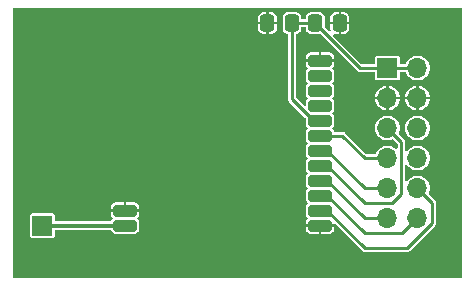
<source format=gbr>
%TF.GenerationSoftware,KiCad,Pcbnew,7.0.1*%
%TF.CreationDate,2023-04-28T09:54:53+02:00*%
%TF.ProjectId,AS4432_ANT,41533434-3332-45f4-914e-542e6b696361,rev?*%
%TF.SameCoordinates,Original*%
%TF.FileFunction,Copper,L1,Top*%
%TF.FilePolarity,Positive*%
%FSLAX46Y46*%
G04 Gerber Fmt 4.6, Leading zero omitted, Abs format (unit mm)*
G04 Created by KiCad (PCBNEW 7.0.1) date 2023-04-28 09:54:53*
%MOMM*%
%LPD*%
G01*
G04 APERTURE LIST*
G04 Aperture macros list*
%AMRoundRect*
0 Rectangle with rounded corners*
0 $1 Rounding radius*
0 $2 $3 $4 $5 $6 $7 $8 $9 X,Y pos of 4 corners*
0 Add a 4 corners polygon primitive as box body*
4,1,4,$2,$3,$4,$5,$6,$7,$8,$9,$2,$3,0*
0 Add four circle primitives for the rounded corners*
1,1,$1+$1,$2,$3*
1,1,$1+$1,$4,$5*
1,1,$1+$1,$6,$7*
1,1,$1+$1,$8,$9*
0 Add four rect primitives between the rounded corners*
20,1,$1+$1,$2,$3,$4,$5,0*
20,1,$1+$1,$4,$5,$6,$7,0*
20,1,$1+$1,$6,$7,$8,$9,0*
20,1,$1+$1,$8,$9,$2,$3,0*%
G04 Aperture macros list end*
%TA.AperFunction,ComponentPad*%
%ADD10R,1.700000X1.700000*%
%TD*%
%TA.AperFunction,ComponentPad*%
%ADD11O,1.700000X1.700000*%
%TD*%
%TA.AperFunction,SMDPad,CuDef*%
%ADD12RoundRect,0.250000X0.750000X0.250000X-0.750000X0.250000X-0.750000X-0.250000X0.750000X-0.250000X0*%
%TD*%
%TA.AperFunction,SMDPad,CuDef*%
%ADD13RoundRect,0.250000X0.337500X0.475000X-0.337500X0.475000X-0.337500X-0.475000X0.337500X-0.475000X0*%
%TD*%
%TA.AperFunction,SMDPad,CuDef*%
%ADD14RoundRect,0.250000X-0.337500X-0.475000X0.337500X-0.475000X0.337500X0.475000X-0.337500X0.475000X0*%
%TD*%
%TA.AperFunction,Conductor*%
%ADD15C,0.250000*%
%TD*%
%TA.AperFunction,Conductor*%
%ADD16C,0.350000*%
%TD*%
G04 APERTURE END LIST*
D10*
%TO.P,J1,1,Pin_1*%
%TO.N,VCC*%
X149860000Y-43180000D03*
D11*
%TO.P,J1,2,Pin_2*%
X152400000Y-43180000D03*
%TO.P,J1,3,Pin_3*%
%TO.N,GND*%
X149860000Y-45720000D03*
%TO.P,J1,4,Pin_4*%
X152400000Y-45720000D03*
%TO.P,J1,5,Pin_5*%
%TO.N,SCK*%
X149860000Y-48260000D03*
%TO.P,J1,6,Pin_6*%
%TO.N,unconnected-(J1-Pin_6-Pad6)*%
X152400000Y-48260000D03*
%TO.P,J1,7,Pin_7*%
%TO.N,MISO*%
X149860000Y-50800000D03*
%TO.P,J1,8,Pin_8*%
%TO.N,unconnected-(J1-Pin_8-Pad8)*%
X152400000Y-50800000D03*
%TO.P,J1,9,Pin_9*%
%TO.N,MOSI*%
X149860000Y-53340000D03*
%TO.P,J1,10,Pin_10*%
%TO.N,nRESET*%
X152400000Y-53340000D03*
%TO.P,J1,11,Pin_11*%
%TO.N,nCS*%
X149860000Y-55880000D03*
%TO.P,J1,12,Pin_12*%
%TO.N,IRQ*%
X152400000Y-55880000D03*
%TD*%
D12*
%TO.P,U1,1,GND*%
%TO.N,GND*%
X144140000Y-42545000D03*
%TO.P,U1,2,DIO0*%
%TO.N,unconnected-(U1-DIO0-Pad2)*%
X144140000Y-43815000D03*
%TO.P,U1,3,DIO1*%
%TO.N,unconnected-(U1-DIO1-Pad3)*%
X144140000Y-45085000D03*
%TO.P,U1,4,DIO2*%
%TO.N,unconnected-(U1-DIO2-Pad4)*%
X144140000Y-46355000D03*
%TO.P,U1,5,3.3V*%
%TO.N,VCC*%
X144140000Y-47625000D03*
%TO.P,U1,6,MISO*%
%TO.N,MISO*%
X144140000Y-48895000D03*
%TO.P,U1,7,MOSI*%
%TO.N,MOSI*%
X144140000Y-50165000D03*
%TO.P,U1,8,SCK*%
%TO.N,SCK*%
X144140000Y-51435000D03*
%TO.P,U1,9,NSS*%
%TO.N,nCS*%
X144140000Y-52705000D03*
%TO.P,U1,10,IRQ*%
%TO.N,IRQ*%
X144140000Y-53975000D03*
%TO.P,U1,11,SDN*%
%TO.N,nRESET*%
X144140000Y-55245000D03*
%TO.P,U1,12,GND*%
%TO.N,GND*%
X144140000Y-56515000D03*
%TO.P,U1,13,ANT*%
%TO.N,Net-(J2-Pin_1)*%
X127640000Y-56515000D03*
%TO.P,U1,14,GND*%
%TO.N,GND*%
X127640000Y-55245000D03*
%TD*%
D13*
%TO.P,C1,1*%
%TO.N,VCC*%
X141775000Y-39370000D03*
%TO.P,C1,2*%
%TO.N,GND*%
X139700000Y-39370000D03*
%TD*%
D14*
%TO.P,C2,1*%
%TO.N,VCC*%
X143742500Y-39370000D03*
%TO.P,C2,2*%
%TO.N,GND*%
X145817500Y-39370000D03*
%TD*%
D10*
%TO.P,J2,1,Pin_1*%
%TO.N,Net-(J2-Pin_1)*%
X120650000Y-56515000D03*
%TD*%
D15*
%TO.N,nRESET*%
X153670000Y-54610000D02*
X152400000Y-53340000D01*
X153670000Y-56271701D02*
X153670000Y-54610000D01*
X147955000Y-58420000D02*
X151521701Y-58420000D01*
X151521701Y-58420000D02*
X153670000Y-56271701D01*
X144140000Y-55245000D02*
X144780000Y-55245000D01*
X144780000Y-55245000D02*
X147955000Y-58420000D01*
%TO.N,nCS*%
X144780000Y-52705000D02*
X144140000Y-52705000D01*
X147955000Y-55880000D02*
X144780000Y-52705000D01*
X149860000Y-55880000D02*
X147955000Y-55880000D01*
%TO.N,SCK*%
X144140000Y-51435000D02*
X144780000Y-51435000D01*
X150251701Y-54610000D02*
X151035000Y-53826701D01*
X151035000Y-53826701D02*
X151035000Y-49435000D01*
X144780000Y-51435000D02*
X147955000Y-54610000D01*
X147955000Y-54610000D02*
X150251701Y-54610000D01*
X151035000Y-49435000D02*
X149860000Y-48260000D01*
%TO.N,MOSI*%
X144780000Y-50165000D02*
X144140000Y-50165000D01*
X149860000Y-53340000D02*
X147955000Y-53340000D01*
X147955000Y-53340000D02*
X144780000Y-50165000D01*
%TO.N,MISO*%
X147955000Y-50800000D02*
X146050000Y-48895000D01*
X149860000Y-50800000D02*
X147955000Y-50800000D01*
X146050000Y-48895000D02*
X144140000Y-48895000D01*
%TO.N,VCC*%
X143596827Y-47625000D02*
X141775000Y-45803173D01*
X147552500Y-43180000D02*
X149860000Y-43180000D01*
X143742500Y-39370000D02*
X147552500Y-43180000D01*
X141775000Y-39370000D02*
X143742500Y-39370000D01*
X149860000Y-43180000D02*
X152400000Y-43180000D01*
X141775000Y-45803173D02*
X141775000Y-39370000D01*
X144140000Y-47625000D02*
X143596827Y-47625000D01*
D16*
%TO.N,Net-(J2-Pin_1)*%
X127640000Y-56515000D02*
X120650000Y-56515000D01*
D15*
%TO.N,IRQ*%
X144780000Y-53975000D02*
X147955000Y-57150000D01*
X144140000Y-53975000D02*
X144780000Y-53975000D01*
X151130000Y-57150000D02*
X152400000Y-55880000D01*
X147955000Y-57150000D02*
X151130000Y-57150000D01*
%TD*%
%TA.AperFunction,Conductor*%
%TO.N,GND*%
G36*
X156135000Y-38138763D02*
G01*
X156171237Y-38175000D01*
X156184500Y-38224500D01*
X156184500Y-60835500D01*
X156171237Y-60885000D01*
X156135000Y-60921237D01*
X156085500Y-60934500D01*
X118234500Y-60934500D01*
X118185000Y-60921237D01*
X118148763Y-60885000D01*
X118135500Y-60835500D01*
X118135500Y-57384747D01*
X119599500Y-57384747D01*
X119611133Y-57443231D01*
X119655447Y-57509552D01*
X119699762Y-57539162D01*
X119721769Y-57553867D01*
X119780252Y-57565500D01*
X121519747Y-57565500D01*
X121519748Y-57565500D01*
X121578231Y-57553867D01*
X121644552Y-57509552D01*
X121688867Y-57443231D01*
X121700500Y-57384748D01*
X121700500Y-56989500D01*
X121713763Y-56940000D01*
X121750000Y-56903763D01*
X121799500Y-56890500D01*
X126386387Y-56890500D01*
X126443676Y-56908760D01*
X126479830Y-56956801D01*
X126487124Y-56977645D01*
X126487208Y-56977884D01*
X126518828Y-57020728D01*
X126567850Y-57087150D01*
X126677118Y-57167793D01*
X126805301Y-57212646D01*
X126818343Y-57213869D01*
X126835730Y-57215500D01*
X126835734Y-57215500D01*
X128444266Y-57215500D01*
X128444270Y-57215500D01*
X128459482Y-57214072D01*
X128474699Y-57212646D01*
X128602882Y-57167793D01*
X128712150Y-57087150D01*
X128792793Y-56977882D01*
X128837646Y-56849699D01*
X128840500Y-56819266D01*
X128840500Y-56819200D01*
X142940001Y-56819200D01*
X142942851Y-56849604D01*
X142987654Y-56977645D01*
X143068208Y-57086791D01*
X143177354Y-57167345D01*
X143305398Y-57212149D01*
X143335792Y-57215000D01*
X144039999Y-57215000D01*
X144040000Y-57214999D01*
X144040000Y-57214998D01*
X144240000Y-57214998D01*
X144240001Y-57214999D01*
X144944200Y-57214999D01*
X144974604Y-57212148D01*
X145102645Y-57167345D01*
X145211791Y-57086791D01*
X145292345Y-56977645D01*
X145337149Y-56849601D01*
X145340000Y-56819208D01*
X145340000Y-56615001D01*
X145339999Y-56615000D01*
X144240001Y-56615000D01*
X144240000Y-56615001D01*
X144240000Y-57214998D01*
X144040000Y-57214998D01*
X144040000Y-56615001D01*
X144039999Y-56615000D01*
X142940002Y-56615000D01*
X142940001Y-56615001D01*
X142940001Y-56819200D01*
X128840500Y-56819200D01*
X128840500Y-56210734D01*
X128839243Y-56197335D01*
X128837646Y-56180304D01*
X128837646Y-56180301D01*
X128792793Y-56052118D01*
X128712150Y-55942850D01*
X128708841Y-55938366D01*
X128691711Y-55900402D01*
X128691711Y-55858753D01*
X128708841Y-55820789D01*
X128792345Y-55707645D01*
X128837149Y-55579601D01*
X128840000Y-55549208D01*
X128840000Y-55345001D01*
X128839999Y-55345000D01*
X126440002Y-55345000D01*
X126440001Y-55345001D01*
X126440001Y-55549200D01*
X126442851Y-55579604D01*
X126487654Y-55707645D01*
X126571159Y-55820789D01*
X126588289Y-55858753D01*
X126588289Y-55900402D01*
X126571159Y-55938366D01*
X126487208Y-56052115D01*
X126487208Y-56052116D01*
X126487207Y-56052118D01*
X126479830Y-56073198D01*
X126443676Y-56121240D01*
X126386387Y-56139500D01*
X121799500Y-56139500D01*
X121750000Y-56126237D01*
X121713763Y-56090000D01*
X121700500Y-56040500D01*
X121700500Y-55645253D01*
X121700500Y-55645252D01*
X121688867Y-55586769D01*
X121662270Y-55546964D01*
X121644552Y-55520447D01*
X121578231Y-55476133D01*
X121577789Y-55476045D01*
X121519748Y-55464500D01*
X119780252Y-55464500D01*
X119751010Y-55470316D01*
X119721768Y-55476133D01*
X119655447Y-55520447D01*
X119611133Y-55586768D01*
X119599500Y-55645253D01*
X119599500Y-57384747D01*
X118135500Y-57384747D01*
X118135500Y-55144999D01*
X126440000Y-55144999D01*
X126440001Y-55145000D01*
X127539999Y-55145000D01*
X127540000Y-55144999D01*
X127740000Y-55144999D01*
X127740001Y-55145000D01*
X128839998Y-55145000D01*
X128839999Y-55144999D01*
X128839999Y-54940800D01*
X128837148Y-54910395D01*
X128792345Y-54782354D01*
X128711791Y-54673208D01*
X128602645Y-54592654D01*
X128474601Y-54547850D01*
X128444208Y-54545000D01*
X127740001Y-54545000D01*
X127740000Y-54545001D01*
X127740000Y-55144999D01*
X127540000Y-55144999D01*
X127540000Y-54545002D01*
X127539999Y-54545001D01*
X126835800Y-54545001D01*
X126805395Y-54547851D01*
X126677354Y-54592654D01*
X126568208Y-54673208D01*
X126487654Y-54782354D01*
X126442850Y-54910398D01*
X126440000Y-54940792D01*
X126440000Y-55144999D01*
X118135500Y-55144999D01*
X118135500Y-39899200D01*
X138912501Y-39899200D01*
X138915351Y-39929604D01*
X138960154Y-40057645D01*
X139040708Y-40166791D01*
X139149854Y-40247345D01*
X139277898Y-40292149D01*
X139308292Y-40295000D01*
X139599999Y-40295000D01*
X139600000Y-40294999D01*
X139600000Y-40294998D01*
X139800000Y-40294998D01*
X139800001Y-40294999D01*
X140091700Y-40294999D01*
X140122104Y-40292148D01*
X140250145Y-40247345D01*
X140359291Y-40166791D01*
X140439845Y-40057645D01*
X140484649Y-39929601D01*
X140487494Y-39899270D01*
X140987000Y-39899270D01*
X140989853Y-39929695D01*
X140989853Y-39929697D01*
X140989854Y-39929699D01*
X141034707Y-40057882D01*
X141115350Y-40167150D01*
X141224618Y-40247793D01*
X141352801Y-40292646D01*
X141359746Y-40293297D01*
X141405245Y-40309377D01*
X141437737Y-40345060D01*
X141449500Y-40391864D01*
X141449500Y-45784639D01*
X141449123Y-45793269D01*
X141445735Y-45831980D01*
X141455795Y-45869523D01*
X141457663Y-45877951D01*
X141464411Y-45916215D01*
X141464412Y-45916218D01*
X141465166Y-45917525D01*
X141475055Y-45941398D01*
X141475446Y-45942858D01*
X141497732Y-45974687D01*
X141502370Y-45981967D01*
X141521803Y-46015625D01*
X141521805Y-46015627D01*
X141521806Y-46015628D01*
X141551583Y-46040614D01*
X141557938Y-46046437D01*
X142910504Y-47399004D01*
X142931964Y-47431122D01*
X142939500Y-47469008D01*
X142939500Y-47929270D01*
X142942353Y-47959695D01*
X142942353Y-47959697D01*
X142942354Y-47959699D01*
X142987207Y-48087882D01*
X142987208Y-48087883D01*
X143070848Y-48201212D01*
X143087978Y-48239175D01*
X143087978Y-48280825D01*
X143070848Y-48318788D01*
X143067850Y-48322849D01*
X143067850Y-48322850D01*
X142987207Y-48432118D01*
X142945525Y-48551240D01*
X142942353Y-48560304D01*
X142939500Y-48590730D01*
X142939500Y-49199270D01*
X142942353Y-49229695D01*
X142942353Y-49229697D01*
X142942354Y-49229699D01*
X142987207Y-49357882D01*
X142987208Y-49357883D01*
X143070848Y-49471212D01*
X143087978Y-49509175D01*
X143087978Y-49550825D01*
X143070848Y-49588788D01*
X143067850Y-49592849D01*
X143067850Y-49592850D01*
X142987207Y-49702118D01*
X142972406Y-49744417D01*
X142942353Y-49830304D01*
X142939500Y-49860730D01*
X142939500Y-50469270D01*
X142942353Y-50499695D01*
X142942353Y-50499697D01*
X142942354Y-50499699D01*
X142987207Y-50627882D01*
X142987208Y-50627883D01*
X143070847Y-50741211D01*
X143087977Y-50779174D01*
X143087977Y-50820823D01*
X143070848Y-50858786D01*
X142987208Y-50972116D01*
X142987207Y-50972118D01*
X142952039Y-51072622D01*
X142942353Y-51100304D01*
X142939500Y-51130730D01*
X142939500Y-51739270D01*
X142942353Y-51769695D01*
X142942353Y-51769697D01*
X142942354Y-51769699D01*
X142987207Y-51897882D01*
X142987208Y-51897883D01*
X143070848Y-52011212D01*
X143087978Y-52049175D01*
X143087978Y-52090825D01*
X143070848Y-52128788D01*
X143067850Y-52132849D01*
X143067850Y-52132850D01*
X142987207Y-52242118D01*
X142972406Y-52284417D01*
X142942353Y-52370304D01*
X142939500Y-52400730D01*
X142939500Y-53009270D01*
X142942353Y-53039695D01*
X142942353Y-53039697D01*
X142942354Y-53039699D01*
X142987207Y-53167882D01*
X142987208Y-53167883D01*
X143070848Y-53281212D01*
X143087978Y-53319175D01*
X143087978Y-53360825D01*
X143070848Y-53398788D01*
X142993722Y-53503291D01*
X142987207Y-53512118D01*
X142952039Y-53612622D01*
X142942353Y-53640304D01*
X142939500Y-53670730D01*
X142939500Y-54279270D01*
X142942353Y-54309695D01*
X142942353Y-54309697D01*
X142942354Y-54309699D01*
X142987207Y-54437882D01*
X143011144Y-54470316D01*
X143070848Y-54551212D01*
X143087978Y-54589175D01*
X143087978Y-54630825D01*
X143070848Y-54668788D01*
X143012425Y-54747949D01*
X142987207Y-54782118D01*
X142952039Y-54882622D01*
X142942353Y-54910304D01*
X142939500Y-54940730D01*
X142939500Y-55549270D01*
X142942353Y-55579695D01*
X142942353Y-55579697D01*
X142942354Y-55579699D01*
X142987207Y-55707882D01*
X143065894Y-55814500D01*
X143071159Y-55821633D01*
X143088289Y-55859596D01*
X143088289Y-55901246D01*
X143071159Y-55939209D01*
X142987655Y-56052352D01*
X142942850Y-56180398D01*
X142940000Y-56210792D01*
X142940000Y-56414999D01*
X142940001Y-56415000D01*
X145339998Y-56415000D01*
X145344832Y-56410166D01*
X145389213Y-56384543D01*
X145440459Y-56384543D01*
X145484840Y-56410166D01*
X147711730Y-58637056D01*
X147717564Y-58643423D01*
X147742545Y-58673194D01*
X147776215Y-58692633D01*
X147783477Y-58697260D01*
X147815316Y-58719554D01*
X147816761Y-58719941D01*
X147816768Y-58719943D01*
X147840650Y-58729834D01*
X147841955Y-58730588D01*
X147875732Y-58736543D01*
X147880220Y-58737335D01*
X147888647Y-58739203D01*
X147926193Y-58749264D01*
X147964906Y-58745876D01*
X147973534Y-58745500D01*
X151503167Y-58745500D01*
X151511794Y-58745876D01*
X151525058Y-58747037D01*
X151550506Y-58749264D01*
X151550506Y-58749263D01*
X151550508Y-58749264D01*
X151588060Y-58739201D01*
X151596478Y-58737335D01*
X151634746Y-58730588D01*
X151636047Y-58729836D01*
X151659933Y-58719942D01*
X151661385Y-58719554D01*
X151693230Y-58697254D01*
X151700486Y-58692632D01*
X151734156Y-58673194D01*
X151759143Y-58643414D01*
X151764955Y-58637070D01*
X153887066Y-56514959D01*
X153893410Y-56509145D01*
X153923194Y-56484156D01*
X153942632Y-56450486D01*
X153947254Y-56443230D01*
X153969554Y-56411385D01*
X153969942Y-56409933D01*
X153979838Y-56386044D01*
X153980588Y-56384746D01*
X153987335Y-56346478D01*
X153989204Y-56338049D01*
X153990907Y-56331696D01*
X153999264Y-56300508D01*
X153995876Y-56261791D01*
X153995500Y-56253164D01*
X153995500Y-54628526D01*
X153995877Y-54619897D01*
X153999263Y-54581194D01*
X153999263Y-54581193D01*
X153989199Y-54543638D01*
X153987335Y-54535223D01*
X153980589Y-54496958D01*
X153980588Y-54496956D01*
X153980588Y-54496955D01*
X153979834Y-54495650D01*
X153969943Y-54471768D01*
X153969554Y-54470317D01*
X153969554Y-54470316D01*
X153947257Y-54438473D01*
X153942626Y-54431203D01*
X153923193Y-54397543D01*
X153893434Y-54372573D01*
X153887066Y-54366739D01*
X153388502Y-53868175D01*
X153365850Y-53833041D01*
X153359718Y-53791691D01*
X153371199Y-53751498D01*
X153375232Y-53743954D01*
X153396354Y-53674325D01*
X153409145Y-53632155D01*
X153435300Y-53545934D01*
X153455583Y-53340000D01*
X153435300Y-53134066D01*
X153375232Y-52936046D01*
X153277685Y-52753550D01*
X153146410Y-52593590D01*
X152986450Y-52462315D01*
X152803954Y-52364768D01*
X152803953Y-52364767D01*
X152803952Y-52364767D01*
X152605933Y-52304699D01*
X152400000Y-52284416D01*
X152194066Y-52304699D01*
X151996047Y-52364767D01*
X151813549Y-52462315D01*
X151653590Y-52593590D01*
X151536028Y-52736840D01*
X151485904Y-52769449D01*
X151426148Y-52767248D01*
X151378559Y-52731040D01*
X151360500Y-52674035D01*
X151360500Y-51465965D01*
X151378559Y-51408960D01*
X151426148Y-51372752D01*
X151485904Y-51370551D01*
X151536028Y-51403160D01*
X151578323Y-51454697D01*
X151653590Y-51546410D01*
X151813550Y-51677685D01*
X151996046Y-51775232D01*
X152194065Y-51835299D01*
X152194066Y-51835300D01*
X152399999Y-51855583D01*
X152399999Y-51855582D01*
X152400000Y-51855583D01*
X152605934Y-51835300D01*
X152803954Y-51775232D01*
X152986450Y-51677685D01*
X153146410Y-51546410D01*
X153277685Y-51386450D01*
X153375232Y-51203954D01*
X153435300Y-51005934D01*
X153455583Y-50800000D01*
X153435300Y-50594066D01*
X153375232Y-50396046D01*
X153277685Y-50213550D01*
X153146410Y-50053590D01*
X152986450Y-49922315D01*
X152803954Y-49824768D01*
X152803953Y-49824767D01*
X152803952Y-49824767D01*
X152605933Y-49764699D01*
X152399999Y-49744416D01*
X152194066Y-49764699D01*
X151996047Y-49824767D01*
X151813549Y-49922315D01*
X151653590Y-50053590D01*
X151536028Y-50196840D01*
X151485904Y-50229449D01*
X151426148Y-50227248D01*
X151378559Y-50191040D01*
X151360500Y-50134035D01*
X151360500Y-49453534D01*
X151360877Y-49444904D01*
X151364264Y-49406193D01*
X151354205Y-49368655D01*
X151352335Y-49360220D01*
X151351543Y-49355732D01*
X151345588Y-49321955D01*
X151344834Y-49320650D01*
X151334943Y-49296768D01*
X151334942Y-49296765D01*
X151334554Y-49295316D01*
X151312260Y-49263477D01*
X151307633Y-49256215D01*
X151288194Y-49222545D01*
X151260451Y-49199266D01*
X151258428Y-49197568D01*
X151252060Y-49191734D01*
X150848502Y-48788176D01*
X150825851Y-48753043D01*
X150819718Y-48711693D01*
X150831196Y-48671503D01*
X150835232Y-48663954D01*
X150895300Y-48465934D01*
X150915583Y-48260000D01*
X150915583Y-48259999D01*
X151344416Y-48259999D01*
X151364699Y-48465933D01*
X151424766Y-48663949D01*
X151424768Y-48663954D01*
X151522315Y-48846450D01*
X151653590Y-49006410D01*
X151813550Y-49137685D01*
X151996046Y-49235232D01*
X152194066Y-49295300D01*
X152400000Y-49315583D01*
X152605934Y-49295300D01*
X152803954Y-49235232D01*
X152986450Y-49137685D01*
X153146410Y-49006410D01*
X153277685Y-48846450D01*
X153375232Y-48663954D01*
X153435300Y-48465934D01*
X153455583Y-48260000D01*
X153435300Y-48054066D01*
X153375232Y-47856046D01*
X153277685Y-47673550D01*
X153146410Y-47513590D01*
X152986450Y-47382315D01*
X152803954Y-47284768D01*
X152803953Y-47284767D01*
X152803952Y-47284767D01*
X152605933Y-47224699D01*
X152400000Y-47204416D01*
X152194066Y-47224699D01*
X151996047Y-47284767D01*
X151813549Y-47382315D01*
X151653590Y-47513590D01*
X151522315Y-47673549D01*
X151424767Y-47856047D01*
X151364699Y-48054066D01*
X151344416Y-48259999D01*
X150915583Y-48259999D01*
X150895300Y-48054066D01*
X150835232Y-47856046D01*
X150737685Y-47673550D01*
X150606410Y-47513590D01*
X150446450Y-47382315D01*
X150263954Y-47284768D01*
X150263953Y-47284767D01*
X150263952Y-47284767D01*
X150065933Y-47224699D01*
X149860000Y-47204416D01*
X149654066Y-47224699D01*
X149456047Y-47284767D01*
X149273549Y-47382315D01*
X149113590Y-47513590D01*
X148982315Y-47673549D01*
X148884767Y-47856047D01*
X148824699Y-48054066D01*
X148804416Y-48259999D01*
X148824699Y-48465933D01*
X148884766Y-48663949D01*
X148884768Y-48663954D01*
X148982315Y-48846450D01*
X149113590Y-49006410D01*
X149273550Y-49137685D01*
X149456046Y-49235232D01*
X149654066Y-49295300D01*
X149860000Y-49315583D01*
X150065934Y-49295300D01*
X150263954Y-49235232D01*
X150271503Y-49231196D01*
X150311693Y-49219718D01*
X150353043Y-49225851D01*
X150388176Y-49248502D01*
X150680504Y-49540830D01*
X150701964Y-49572948D01*
X150709500Y-49610834D01*
X150709500Y-49928876D01*
X150694141Y-49981841D01*
X150652828Y-50018371D01*
X150598381Y-50027131D01*
X150547695Y-50005404D01*
X150446450Y-49922315D01*
X150331241Y-49860734D01*
X150263954Y-49824768D01*
X150263953Y-49824767D01*
X150263952Y-49824767D01*
X150065933Y-49764699D01*
X149859999Y-49744416D01*
X149654066Y-49764699D01*
X149456047Y-49824767D01*
X149273549Y-49922315D01*
X149113590Y-50053590D01*
X148982315Y-50213549D01*
X148884767Y-50396045D01*
X148882284Y-50404235D01*
X148861979Y-50440774D01*
X148828405Y-50465675D01*
X148787546Y-50474500D01*
X148130834Y-50474500D01*
X148092948Y-50466964D01*
X148060830Y-50445504D01*
X146293268Y-48677942D01*
X146287434Y-48671574D01*
X146262454Y-48641805D01*
X146228794Y-48622370D01*
X146221514Y-48617732D01*
X146189685Y-48595446D01*
X146188225Y-48595055D01*
X146164352Y-48585166D01*
X146163045Y-48584412D01*
X146163043Y-48584411D01*
X146163042Y-48584411D01*
X146124778Y-48577663D01*
X146116350Y-48575795D01*
X146078807Y-48565735D01*
X146043330Y-48568839D01*
X146040093Y-48569123D01*
X146031466Y-48569500D01*
X145411109Y-48569500D01*
X145353820Y-48551240D01*
X145317664Y-48503198D01*
X145292793Y-48432118D01*
X145212150Y-48322850D01*
X145212145Y-48322847D01*
X145209151Y-48318789D01*
X145192021Y-48280825D01*
X145192021Y-48239175D01*
X145209151Y-48201211D01*
X145212145Y-48197153D01*
X145212150Y-48197150D01*
X145292793Y-48087882D01*
X145337646Y-47959699D01*
X145340500Y-47929266D01*
X145340500Y-47320734D01*
X145337646Y-47290301D01*
X145292793Y-47162118D01*
X145212150Y-47052850D01*
X145212145Y-47052847D01*
X145209151Y-47048789D01*
X145192021Y-47010825D01*
X145192021Y-46969175D01*
X145209151Y-46931211D01*
X145212145Y-46927153D01*
X145212150Y-46927150D01*
X145292793Y-46817882D01*
X145337646Y-46689699D01*
X145340500Y-46659266D01*
X145340500Y-46050734D01*
X145337646Y-46020301D01*
X145292793Y-45892118D01*
X145239568Y-45820000D01*
X148814767Y-45820000D01*
X148825191Y-45925835D01*
X148885231Y-46123763D01*
X148982730Y-46306170D01*
X149113945Y-46466054D01*
X149273829Y-46597269D01*
X149456236Y-46694768D01*
X149654164Y-46754808D01*
X149759999Y-46765232D01*
X149760000Y-46765232D01*
X149960000Y-46765232D01*
X150065835Y-46754808D01*
X150263763Y-46694768D01*
X150446170Y-46597269D01*
X150606054Y-46466054D01*
X150737269Y-46306170D01*
X150834768Y-46123763D01*
X150894808Y-45925835D01*
X150905232Y-45820000D01*
X151354767Y-45820000D01*
X151365191Y-45925835D01*
X151425231Y-46123763D01*
X151522730Y-46306170D01*
X151653945Y-46466054D01*
X151813829Y-46597269D01*
X151996236Y-46694768D01*
X152194164Y-46754808D01*
X152299999Y-46765232D01*
X152300000Y-46765232D01*
X152500000Y-46765232D01*
X152605835Y-46754808D01*
X152803763Y-46694768D01*
X152986170Y-46597269D01*
X153146054Y-46466054D01*
X153277269Y-46306170D01*
X153374768Y-46123763D01*
X153434808Y-45925835D01*
X153445232Y-45820000D01*
X152500001Y-45820000D01*
X152500000Y-45820001D01*
X152500000Y-46765232D01*
X152300000Y-46765232D01*
X152300000Y-45820001D01*
X152299999Y-45820000D01*
X151354767Y-45820000D01*
X150905232Y-45820000D01*
X149960001Y-45820000D01*
X149960000Y-45820001D01*
X149960000Y-46765232D01*
X149760000Y-46765232D01*
X149760000Y-45820001D01*
X149759999Y-45820000D01*
X148814767Y-45820000D01*
X145239568Y-45820000D01*
X145212150Y-45782850D01*
X145212145Y-45782847D01*
X145209151Y-45778789D01*
X145192021Y-45740825D01*
X145192021Y-45699175D01*
X145209151Y-45661211D01*
X145212145Y-45657153D01*
X145212150Y-45657150D01*
X145239569Y-45619999D01*
X148814767Y-45619999D01*
X148814768Y-45620000D01*
X149759999Y-45620000D01*
X149760000Y-45619999D01*
X149760000Y-44674768D01*
X149759999Y-44674767D01*
X149960000Y-44674767D01*
X149960000Y-45619999D01*
X149960001Y-45620000D01*
X150905232Y-45620000D01*
X150905232Y-45619999D01*
X151354767Y-45619999D01*
X151354768Y-45620000D01*
X152299999Y-45620000D01*
X152300000Y-45619999D01*
X152300000Y-44674768D01*
X152299999Y-44674767D01*
X152500000Y-44674767D01*
X152500000Y-45619999D01*
X152500001Y-45620000D01*
X153445232Y-45620000D01*
X153445232Y-45619999D01*
X153434808Y-45514164D01*
X153374768Y-45316236D01*
X153277269Y-45133829D01*
X153146054Y-44973945D01*
X152986170Y-44842730D01*
X152803763Y-44745231D01*
X152605835Y-44685191D01*
X152500000Y-44674767D01*
X152299999Y-44674767D01*
X152194164Y-44685191D01*
X151996236Y-44745231D01*
X151813829Y-44842730D01*
X151653945Y-44973945D01*
X151522730Y-45133829D01*
X151425231Y-45316236D01*
X151365191Y-45514164D01*
X151354767Y-45619999D01*
X150905232Y-45619999D01*
X150894808Y-45514164D01*
X150834768Y-45316236D01*
X150737269Y-45133829D01*
X150606054Y-44973945D01*
X150446170Y-44842730D01*
X150263763Y-44745231D01*
X150065835Y-44685191D01*
X149960000Y-44674767D01*
X149759999Y-44674767D01*
X149654164Y-44685191D01*
X149456236Y-44745231D01*
X149273829Y-44842730D01*
X149113945Y-44973945D01*
X148982730Y-45133829D01*
X148885231Y-45316236D01*
X148825191Y-45514164D01*
X148814767Y-45619999D01*
X145239569Y-45619999D01*
X145292793Y-45547882D01*
X145337646Y-45419699D01*
X145340500Y-45389266D01*
X145340500Y-44780734D01*
X145337646Y-44750301D01*
X145292793Y-44622118D01*
X145212150Y-44512850D01*
X145212145Y-44512847D01*
X145209151Y-44508789D01*
X145192021Y-44470825D01*
X145192021Y-44429175D01*
X145209151Y-44391211D01*
X145212145Y-44387153D01*
X145212150Y-44387150D01*
X145292793Y-44277882D01*
X145337646Y-44149699D01*
X145340500Y-44119266D01*
X145340500Y-43510734D01*
X145339243Y-43497335D01*
X145337646Y-43480304D01*
X145337646Y-43480301D01*
X145292793Y-43352118D01*
X145212150Y-43242850D01*
X145208841Y-43238366D01*
X145191711Y-43200402D01*
X145191711Y-43158753D01*
X145208841Y-43120789D01*
X145292345Y-43007645D01*
X145337149Y-42879601D01*
X145340000Y-42849208D01*
X145340000Y-42645001D01*
X145339999Y-42645000D01*
X142940002Y-42645000D01*
X142940001Y-42645001D01*
X142940001Y-42849200D01*
X142942851Y-42879604D01*
X142987654Y-43007645D01*
X143071159Y-43120789D01*
X143088289Y-43158753D01*
X143088289Y-43200402D01*
X143071159Y-43238366D01*
X143067849Y-43242850D01*
X143067850Y-43242850D01*
X142987207Y-43352118D01*
X142952039Y-43452622D01*
X142942353Y-43480304D01*
X142939500Y-43510730D01*
X142939500Y-44119270D01*
X142942353Y-44149695D01*
X142942353Y-44149697D01*
X142942354Y-44149699D01*
X142987207Y-44277882D01*
X143067850Y-44387150D01*
X143067851Y-44387151D01*
X143070848Y-44391211D01*
X143087978Y-44429174D01*
X143087978Y-44470823D01*
X143070848Y-44508787D01*
X142987208Y-44622116D01*
X142987207Y-44622118D01*
X142968784Y-44674768D01*
X142942353Y-44750304D01*
X142939500Y-44780730D01*
X142939500Y-45389270D01*
X142942353Y-45419695D01*
X142942353Y-45419697D01*
X142942354Y-45419699D01*
X142987207Y-45547882D01*
X143040432Y-45620000D01*
X143070848Y-45661212D01*
X143087978Y-45699175D01*
X143087978Y-45740825D01*
X143070848Y-45778788D01*
X143067850Y-45782849D01*
X143067850Y-45782850D01*
X143053514Y-45802273D01*
X142997663Y-45877951D01*
X142987207Y-45892118D01*
X142958315Y-45974687D01*
X142942353Y-46020304D01*
X142939500Y-46050730D01*
X142939500Y-46268338D01*
X142922816Y-46323339D01*
X142878386Y-46359802D01*
X142821186Y-46365436D01*
X142770496Y-46338342D01*
X142129496Y-45697343D01*
X142108036Y-45665225D01*
X142100500Y-45627339D01*
X142100500Y-42444999D01*
X142940000Y-42444999D01*
X142940001Y-42445000D01*
X144039999Y-42445000D01*
X144040000Y-42444999D01*
X144240000Y-42444999D01*
X144240001Y-42445000D01*
X145339998Y-42445000D01*
X145339999Y-42444999D01*
X145339999Y-42240800D01*
X145337148Y-42210395D01*
X145292345Y-42082354D01*
X145211791Y-41973208D01*
X145102645Y-41892654D01*
X144974601Y-41847850D01*
X144944208Y-41845000D01*
X144240001Y-41845000D01*
X144240000Y-41845001D01*
X144240000Y-42444999D01*
X144040000Y-42444999D01*
X144040000Y-41845002D01*
X144039999Y-41845001D01*
X143335800Y-41845001D01*
X143305395Y-41847851D01*
X143177354Y-41892654D01*
X143068208Y-41973208D01*
X142987654Y-42082354D01*
X142942850Y-42210398D01*
X142940000Y-42240792D01*
X142940000Y-42444999D01*
X142100500Y-42444999D01*
X142100500Y-40391864D01*
X142112263Y-40345060D01*
X142144755Y-40309377D01*
X142190253Y-40293297D01*
X142197199Y-40292646D01*
X142325382Y-40247793D01*
X142434650Y-40167150D01*
X142515293Y-40057882D01*
X142560146Y-39929699D01*
X142563000Y-39899266D01*
X142563000Y-39794500D01*
X142576263Y-39745000D01*
X142612500Y-39708763D01*
X142662000Y-39695500D01*
X142855500Y-39695500D01*
X142905000Y-39708763D01*
X142941237Y-39745000D01*
X142954500Y-39794500D01*
X142954500Y-39899270D01*
X142957353Y-39929695D01*
X142957353Y-39929697D01*
X142957354Y-39929699D01*
X143002207Y-40057882D01*
X143082850Y-40167150D01*
X143192118Y-40247793D01*
X143320301Y-40292646D01*
X143333343Y-40293869D01*
X143350730Y-40295500D01*
X143350734Y-40295500D01*
X144134266Y-40295500D01*
X144134271Y-40295500D01*
X144155041Y-40293552D01*
X144197854Y-40298984D01*
X144234289Y-40322115D01*
X147309230Y-43397056D01*
X147315064Y-43403423D01*
X147340045Y-43433194D01*
X147373715Y-43452633D01*
X147380977Y-43457260D01*
X147412816Y-43479554D01*
X147414265Y-43479942D01*
X147414268Y-43479943D01*
X147438150Y-43489834D01*
X147439455Y-43490588D01*
X147473232Y-43496543D01*
X147477720Y-43497335D01*
X147486147Y-43499203D01*
X147523693Y-43509264D01*
X147562409Y-43505876D01*
X147571037Y-43505500D01*
X148710500Y-43505500D01*
X148760000Y-43518763D01*
X148796237Y-43555000D01*
X148809500Y-43604500D01*
X148809500Y-44049747D01*
X148821133Y-44108231D01*
X148865447Y-44174552D01*
X148909762Y-44204162D01*
X148931769Y-44218867D01*
X148990252Y-44230500D01*
X150729747Y-44230500D01*
X150729748Y-44230500D01*
X150788231Y-44218867D01*
X150854552Y-44174552D01*
X150898867Y-44108231D01*
X150910500Y-44049748D01*
X150910500Y-43604500D01*
X150923763Y-43555000D01*
X150960000Y-43518763D01*
X151009500Y-43505500D01*
X151327546Y-43505500D01*
X151368405Y-43514325D01*
X151401979Y-43539226D01*
X151422284Y-43575765D01*
X151424767Y-43583954D01*
X151522314Y-43766449D01*
X151522315Y-43766450D01*
X151653590Y-43926410D01*
X151813550Y-44057685D01*
X151996046Y-44155232D01*
X152194066Y-44215300D01*
X152400000Y-44235583D01*
X152605934Y-44215300D01*
X152803954Y-44155232D01*
X152986450Y-44057685D01*
X153146410Y-43926410D01*
X153277685Y-43766450D01*
X153375232Y-43583954D01*
X153435300Y-43385934D01*
X153455583Y-43180000D01*
X153435300Y-42974066D01*
X153375232Y-42776046D01*
X153277685Y-42593550D01*
X153146410Y-42433590D01*
X152986450Y-42302315D01*
X152803954Y-42204768D01*
X152803953Y-42204767D01*
X152803952Y-42204767D01*
X152605933Y-42144699D01*
X152400000Y-42124416D01*
X152194066Y-42144699D01*
X151996047Y-42204767D01*
X151813549Y-42302315D01*
X151653590Y-42433590D01*
X151522315Y-42593549D01*
X151424767Y-42776045D01*
X151422284Y-42784235D01*
X151401979Y-42820774D01*
X151368405Y-42845675D01*
X151327546Y-42854500D01*
X151009500Y-42854500D01*
X150960000Y-42841237D01*
X150923763Y-42805000D01*
X150910500Y-42755500D01*
X150910500Y-42310253D01*
X150908921Y-42302315D01*
X150898867Y-42251769D01*
X150884162Y-42229762D01*
X150854552Y-42185447D01*
X150788231Y-42141133D01*
X150788230Y-42141132D01*
X150729748Y-42129500D01*
X148990252Y-42129500D01*
X148961010Y-42135316D01*
X148931768Y-42141133D01*
X148865447Y-42185447D01*
X148821133Y-42251768D01*
X148809500Y-42310253D01*
X148809500Y-42755500D01*
X148796237Y-42805000D01*
X148760000Y-42841237D01*
X148710500Y-42854500D01*
X147728334Y-42854500D01*
X147690448Y-42846964D01*
X147658330Y-42825504D01*
X145286124Y-40453298D01*
X145260129Y-40407484D01*
X145261311Y-40354821D01*
X145289336Y-40310220D01*
X145336270Y-40286306D01*
X145388826Y-40289850D01*
X145395396Y-40292149D01*
X145425792Y-40295000D01*
X145717499Y-40295000D01*
X145717500Y-40294999D01*
X145717500Y-40294998D01*
X145917500Y-40294998D01*
X145917501Y-40294999D01*
X146209200Y-40294999D01*
X146239604Y-40292148D01*
X146367645Y-40247345D01*
X146476791Y-40166791D01*
X146557345Y-40057645D01*
X146602149Y-39929601D01*
X146605000Y-39899208D01*
X146605000Y-39470001D01*
X146604999Y-39470000D01*
X145917501Y-39470000D01*
X145917500Y-39470001D01*
X145917500Y-40294998D01*
X145717500Y-40294998D01*
X145717500Y-39470001D01*
X145717499Y-39470000D01*
X145030002Y-39470000D01*
X145030001Y-39470001D01*
X145030001Y-39899200D01*
X145032851Y-39929608D01*
X145035149Y-39936175D01*
X145038691Y-39988730D01*
X145014777Y-40035664D01*
X144970175Y-40063688D01*
X144917514Y-40064869D01*
X144871700Y-40038874D01*
X144559496Y-39726670D01*
X144538036Y-39694552D01*
X144530500Y-39656666D01*
X144530500Y-39269999D01*
X145030000Y-39269999D01*
X145030001Y-39270000D01*
X145717499Y-39270000D01*
X145717500Y-39269999D01*
X145917500Y-39269999D01*
X145917501Y-39270000D01*
X146604998Y-39270000D01*
X146604999Y-39269999D01*
X146604999Y-38840800D01*
X146602148Y-38810395D01*
X146557345Y-38682354D01*
X146476791Y-38573208D01*
X146367645Y-38492654D01*
X146239601Y-38447850D01*
X146209208Y-38445000D01*
X145917501Y-38445000D01*
X145917500Y-38445001D01*
X145917500Y-39269999D01*
X145717500Y-39269999D01*
X145717500Y-38445002D01*
X145717499Y-38445001D01*
X145425800Y-38445001D01*
X145395395Y-38447851D01*
X145267354Y-38492654D01*
X145158208Y-38573208D01*
X145077654Y-38682354D01*
X145032850Y-38810398D01*
X145030000Y-38840792D01*
X145030000Y-39269999D01*
X144530500Y-39269999D01*
X144530500Y-38840730D01*
X144527646Y-38810304D01*
X144527646Y-38810301D01*
X144482793Y-38682118D01*
X144402150Y-38572850D01*
X144292882Y-38492207D01*
X144164699Y-38447354D01*
X144164697Y-38447353D01*
X144164695Y-38447353D01*
X144134270Y-38444500D01*
X144134266Y-38444500D01*
X143350734Y-38444500D01*
X143350730Y-38444500D01*
X143320304Y-38447353D01*
X143320301Y-38447353D01*
X143320301Y-38447354D01*
X143192118Y-38492207D01*
X143192117Y-38492207D01*
X143192116Y-38492208D01*
X143191512Y-38492654D01*
X143082850Y-38572850D01*
X143002207Y-38682118D01*
X142957354Y-38810301D01*
X142957353Y-38810304D01*
X142954500Y-38840730D01*
X142954500Y-38945500D01*
X142941237Y-38995000D01*
X142905000Y-39031237D01*
X142855500Y-39044500D01*
X142662000Y-39044500D01*
X142612500Y-39031237D01*
X142576263Y-38995000D01*
X142563000Y-38945500D01*
X142563000Y-38840730D01*
X142560146Y-38810304D01*
X142560146Y-38810301D01*
X142515293Y-38682118D01*
X142434650Y-38572850D01*
X142325382Y-38492207D01*
X142197199Y-38447354D01*
X142197197Y-38447353D01*
X142197195Y-38447353D01*
X142166770Y-38444500D01*
X142166766Y-38444500D01*
X141383234Y-38444500D01*
X141383230Y-38444500D01*
X141352804Y-38447353D01*
X141352801Y-38447353D01*
X141352801Y-38447354D01*
X141224618Y-38492207D01*
X141224617Y-38492207D01*
X141224616Y-38492208D01*
X141224012Y-38492654D01*
X141115350Y-38572850D01*
X141034707Y-38682118D01*
X140989854Y-38810301D01*
X140989853Y-38810304D01*
X140987000Y-38840730D01*
X140987000Y-39899270D01*
X140487494Y-39899270D01*
X140487500Y-39899208D01*
X140487500Y-39470001D01*
X140487499Y-39470000D01*
X139800001Y-39470000D01*
X139800000Y-39470001D01*
X139800000Y-40294998D01*
X139600000Y-40294998D01*
X139600000Y-39470001D01*
X139599999Y-39470000D01*
X138912502Y-39470000D01*
X138912501Y-39470001D01*
X138912501Y-39899200D01*
X118135500Y-39899200D01*
X118135500Y-39269999D01*
X138912500Y-39269999D01*
X138912501Y-39270000D01*
X139599999Y-39270000D01*
X139600000Y-39269999D01*
X139800000Y-39269999D01*
X139800001Y-39270000D01*
X140487498Y-39270000D01*
X140487499Y-39269999D01*
X140487499Y-38840800D01*
X140484648Y-38810395D01*
X140439845Y-38682354D01*
X140359291Y-38573208D01*
X140250145Y-38492654D01*
X140122101Y-38447850D01*
X140091708Y-38445000D01*
X139800001Y-38445000D01*
X139800000Y-38445001D01*
X139800000Y-39269999D01*
X139600000Y-39269999D01*
X139600000Y-38445002D01*
X139599999Y-38445001D01*
X139308300Y-38445001D01*
X139277895Y-38447851D01*
X139149854Y-38492654D01*
X139040708Y-38573208D01*
X138960154Y-38682354D01*
X138915350Y-38810398D01*
X138912500Y-38840792D01*
X138912500Y-39269999D01*
X118135500Y-39269999D01*
X118135500Y-38224500D01*
X118148763Y-38175000D01*
X118185000Y-38138763D01*
X118234500Y-38125500D01*
X156085500Y-38125500D01*
X156135000Y-38138763D01*
G37*
%TD.AperFunction*%
%TD*%
M02*

</source>
